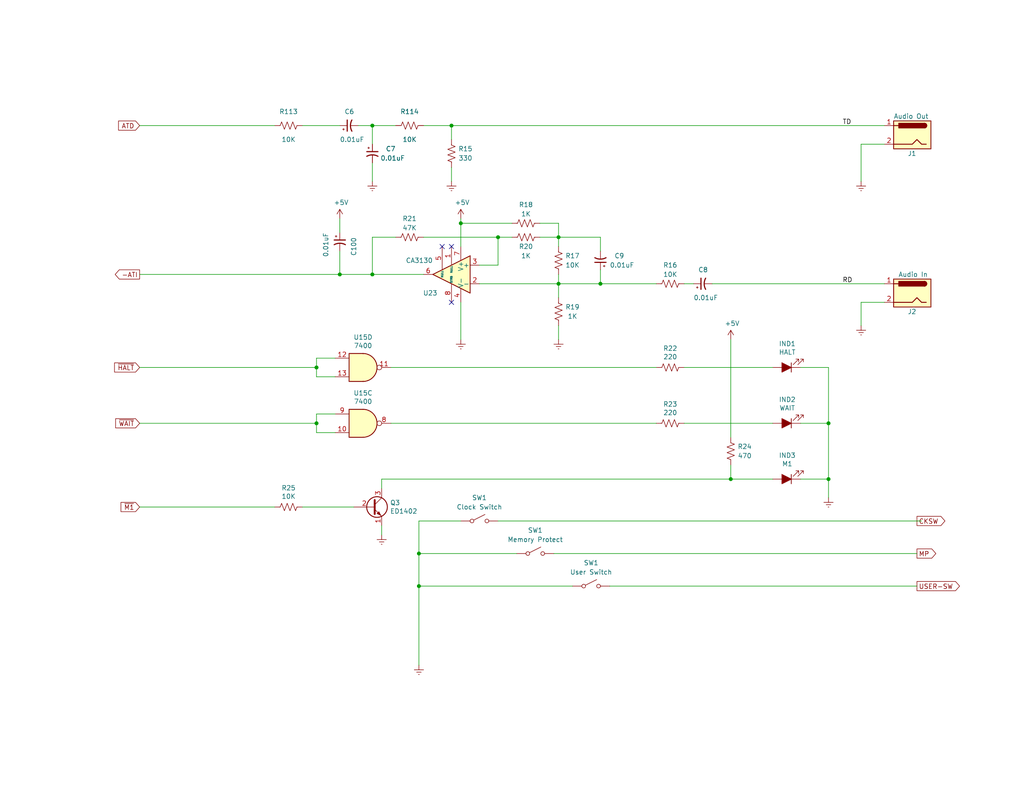
<source format=kicad_sch>
(kicad_sch (version 20230121) (generator eeschema)
  (paper "A")
  (lib_symbols
    (symbol "74xx:7400" (pin_names (offset 1.016))
      (property "Reference" "U" (at 0 1.27 0))
      (property "Value" "7400" (at 0 -1.27 0))
      (symbol "7400_1_1"
        (arc (start 0 -3.81) (mid 3.7934 0) (end 0 3.81) (stroke (width 0.254)) (fill (type background)))
        (polyline (pts (xy 0 3.81) (xy -3.81 3.81) (xy -3.81 -3.81) (xy 0 -3.81)) (stroke (width 0.254)) (fill (type background)))
        (pin input line (at -7.62 2.54 0) (length 3.81) (name "~") (number "1"))
        (pin input line (at -7.62 -2.54 0) (length 3.81) (name "~") (number "2"))
        (pin output inverted (at 7.62 0 180) (length 3.81) (name "~") (number "3"))
      )
      (symbol "7400_1_2"
        (arc (start -3.81 -3.81) (mid -2.589 0) (end -3.81 3.81) (stroke (width 0.254)))
        (arc (start -0.6096 -3.81) (mid 2.1842 -2.5851) (end 3.81 0) (stroke (width 0.254)) (fill (type background)))
        (polyline (pts (xy -3.81 -3.81) (xy -0.635 -3.81)) (stroke (width 0.254)) (fill (type background)))
        (polyline (pts (xy -3.81 3.81) (xy -0.635 3.81)) (stroke (width 0.254)) (fill (type background)))
        (polyline (pts (xy -0.635 3.81) (xy -3.81 3.81) (xy -3.81 3.81) (xy -3.556 3.4036) (xy -3.0226 2.2606) (xy -2.6924 1.0414) (xy -2.6162 -0.254) (xy -2.7686 -1.4986) (xy -3.175 -2.7178) (xy -3.81 -3.81) (xy -3.81 -3.81) (xy -0.635 -3.81)) (stroke (width -25.4)) (fill (type background)))
        (arc (start 3.81 0) (mid 2.1915 2.5936) (end -0.6096 3.81) (stroke (width 0.254)) (fill (type background)))
        (pin input inverted (at -7.62 2.54 0) (length 4.318) (name "~") (number "1"))
        (pin input inverted (at -7.62 -2.54 0) (length 4.318) (name "~") (number "2"))
        (pin output line (at 7.62 0 180) (length 3.81) (name "~") (number "3"))
      )
      (symbol "7400_2_1"
        (arc (start 0 -3.81) (mid 3.7934 0) (end 0 3.81) (stroke (width 0.254)) (fill (type background)))
        (polyline (pts (xy 0 3.81) (xy -3.81 3.81) (xy -3.81 -3.81) (xy 0 -3.81)) (stroke (width 0.254)) (fill (type background)))
        (pin input line (at -7.62 2.54 0) (length 3.81) (name "~") (number "4"))
        (pin input line (at -7.62 -2.54 0) (length 3.81) (name "~") (number "5"))
        (pin output inverted (at 7.62 0 180) (length 3.81) (name "~") (number "6"))
      )
      (symbol "7400_2_2"
        (arc (start -3.81 -3.81) (mid -2.589 0) (end -3.81 3.81) (stroke (width 0.254)))
        (arc (start -0.6096 -3.81) (mid 2.1842 -2.5851) (end 3.81 0) (stroke (width 0.254)) (fill (type background)))
        (polyline (pts (xy -3.81 -3.81) (xy -0.635 -3.81)) (stroke (width 0.254)) (fill (type background)))
        (polyline (pts (xy -3.81 3.81) (xy -0.635 3.81)) (stroke (width 0.254)) (fill (type background)))
        (polyline (pts (xy -0.635 3.81) (xy -3.81 3.81) (xy -3.81 3.81) (xy -3.556 3.4036) (xy -3.0226 2.2606) (xy -2.6924 1.0414) (xy -2.6162 -0.254) (xy -2.7686 -1.4986) (xy -3.175 -2.7178) (xy -3.81 -3.81) (xy -3.81 -3.81) (xy -0.635 -3.81)) (stroke (width -25.4)) (fill (type background)))
        (arc (start 3.81 0) (mid 2.1915 2.5936) (end -0.6096 3.81) (stroke (width 0.254)) (fill (type background)))
        (pin input inverted (at -7.62 2.54 0) (length 4.318) (name "~") (number "4"))
        (pin input inverted (at -7.62 -2.54 0) (length 4.318) (name "~") (number "5"))
        (pin output line (at 7.62 0 180) (length 3.81) (name "~") (number "6"))
      )
      (symbol "7400_3_1"
        (arc (start 0 -3.81) (mid 3.7934 0) (end 0 3.81) (stroke (width 0.254)) (fill (type background)))
        (polyline (pts (xy 0 3.81) (xy -3.81 3.81) (xy -3.81 -3.81) (xy 0 -3.81)) (stroke (width 0.254)) (fill (type background)))
        (pin input line (at -7.62 -2.54 0) (length 3.81) (name "~") (number "10"))
        (pin output inverted (at 7.62 0 180) (length 3.81) (name "~") (number "8"))
        (pin input line (at -7.62 2.54 0) (length 3.81) (name "~") (number "9"))
      )
      (symbol "7400_3_2"
        (arc (start -3.81 -3.81) (mid -2.589 0) (end -3.81 3.81) (stroke (width 0.254)))
        (arc (start -0.6096 -3.81) (mid 2.1842 -2.5851) (end 3.81 0) (stroke (width 0.254)) (fill (type background)))
        (polyline (pts (xy -3.81 -3.81) (xy -0.635 -3.81)) (stroke (width 0.254)) (fill (type background)))
        (polyline (pts (xy -3.81 3.81) (xy -0.635 3.81)) (stroke (width 0.254)) (fill (type background)))
        (polyline (pts (xy -0.635 3.81) (xy -3.81 3.81) (xy -3.81 3.81) (xy -3.556 3.4036) (xy -3.0226 2.2606) (xy -2.6924 1.0414) (xy -2.6162 -0.254) (xy -2.7686 -1.4986) (xy -3.175 -2.7178) (xy -3.81 -3.81) (xy -3.81 -3.81) (xy -0.635 -3.81)) (stroke (width -25.4)) (fill (type background)))
        (arc (start 3.81 0) (mid 2.1915 2.5936) (end -0.6096 3.81) (stroke (width 0.254)) (fill (type background)))
        (pin input inverted (at -7.62 -2.54 0) (length 4.318) (name "~") (number "10"))
        (pin output line (at 7.62 0 180) (length 3.81) (name "~") (number "8"))
        (pin input inverted (at -7.62 2.54 0) (length 4.318) (name "~") (number "9"))
      )
      (symbol "7400_4_1"
        (arc (start 0 -3.81) (mid 3.7934 0) (end 0 3.81) (stroke (width 0.254)) (fill (type background)))
        (polyline (pts (xy 0 3.81) (xy -3.81 3.81) (xy -3.81 -3.81) (xy 0 -3.81)) (stroke (width 0.254)) (fill (type background)))
        (pin output inverted (at 7.62 0 180) (length 3.81) (name "~") (number "11"))
        (pin input line (at -7.62 2.54 0) (length 3.81) (name "~") (number "12"))
        (pin input line (at -7.62 -2.54 0) (length 3.81) (name "~") (number "13"))
      )
      (symbol "7400_4_2"
        (arc (start -3.81 -3.81) (mid -2.589 0) (end -3.81 3.81) (stroke (width 0.254)))
        (arc (start -0.6096 -3.81) (mid 2.1842 -2.5851) (end 3.81 0) (stroke (width 0.254)) (fill (type background)))
        (polyline (pts (xy -3.81 -3.81) (xy -0.635 -3.81)) (stroke (width 0.254)) (fill (type background)))
        (polyline (pts (xy -3.81 3.81) (xy -0.635 3.81)) (stroke (width 0.254)) (fill (type background)))
        (polyline (pts (xy -0.635 3.81) (xy -3.81 3.81) (xy -3.81 3.81) (xy -3.556 3.4036) (xy -3.0226 2.2606) (xy -2.6924 1.0414) (xy -2.6162 -0.254) (xy -2.7686 -1.4986) (xy -3.175 -2.7178) (xy -3.81 -3.81) (xy -3.81 -3.81) (xy -0.635 -3.81)) (stroke (width -25.4)) (fill (type background)))
        (arc (start 3.81 0) (mid 2.1915 2.5936) (end -0.6096 3.81) (stroke (width 0.254)) (fill (type background)))
        (pin output line (at 7.62 0 180) (length 3.81) (name "~") (number "11"))
        (pin input inverted (at -7.62 2.54 0) (length 4.318) (name "~") (number "12"))
        (pin input inverted (at -7.62 -2.54 0) (length 4.318) (name "~") (number "13"))
      )
      (symbol "7400_5_0"
        (pin power_in line (at 0 12.7 270) (length 5.08) (name "VCC") (number "14"))
        (pin power_in line (at 0 -12.7 90) (length 5.08) (name "GND") (number "7"))
      )
      (symbol "7400_5_1"
        (rectangle (start -5.08 7.62) (end 5.08 -7.62) (stroke (width 0.254)) (fill (type background)))
      )
    )
    (symbol "Amplifier_Operational:CA3130" (pin_names (offset 0.127))
      (property "Reference" "U" (at 6.35 5.08 0))
      (property "Value" "CA3130" (at 6.35 2.54 0))
      (symbol "CA3130_0_1"
        (polyline (pts (xy -5.08 5.08) (xy 5.08 0) (xy -5.08 -5.08) (xy -5.08 5.08)) (stroke (width 0.254)) (fill (type background)))
      )
      (symbol "CA3130_1_1"
        (pin passive line (at 0 7.62 270) (length 5.08) (name "NULL") (number "1"))
        (pin input line (at -7.62 -2.54 0) (length 2.54) (name "-") (number "2"))
        (pin input line (at -7.62 2.54 0) (length 2.54) (name "+") (number "3"))
        (pin power_in line (at -2.54 -7.62 90) (length 3.81) (name "V-") (number "4"))
        (pin passive line (at 2.54 7.62 270) (length 6.35) (name "NULL") (number "5"))
        (pin output line (at 7.62 0 180) (length 2.54) (name "~") (number "6"))
        (pin power_in line (at -2.54 7.62 270) (length 3.81) (name "V+") (number "7"))
        (pin passive line (at 0 -7.62 90) (length 5.08) (name "STRB") (number "8"))
      )
    )
    (symbol "Connector:Jack-DC" (pin_names (offset 1.016))
      (property "Reference" "J" (at 0 5.334 0))
      (property "Value" "Jack-DC" (at 0 -5.08 0))
      (symbol "Jack-DC_0_1"
        (rectangle (start -5.08 3.81) (end 5.08 -3.81) (stroke (width 0.254)) (fill (type background)))
        (arc (start -3.302 3.175) (mid -3.9343 2.54) (end -3.302 1.905) (stroke (width 0.254)))
        (arc (start -3.302 3.175) (mid -3.9343 2.54) (end -3.302 1.905) (stroke (width 0.254)) (fill (type outline)))
        (polyline (pts (xy 5.08 2.54) (xy 3.81 2.54)) (stroke (width 0.254)))
        (polyline (pts (xy -3.81 -2.54) (xy -2.54 -2.54) (xy -1.27 -1.27) (xy 0 -2.54) (xy 2.54 -2.54) (xy 5.08 -2.54)) (stroke (width 0.254)))
        (rectangle (start 3.683 3.175) (end -3.302 1.905) (stroke (width 0.254)) (fill (type outline)))
      )
      (symbol "Jack-DC_1_1"
        (pin passive line (at 7.62 2.54 180) (length 2.54) (name "~") (number "1"))
        (pin passive line (at 7.62 -2.54 180) (length 2.54) (name "~") (number "2"))
      )
    )
    (symbol "Device:Q_NPN_EBC" (pin_names (offset 0) hide)
      (property "Reference" "Q" (at 5.08 1.27 0))
      (property "Value" "Q_NPN_EBC" (at 5.08 -1.27 0))
      (symbol "Q_NPN_EBC_0_1"
        (polyline (pts (xy 0.635 0.635) (xy 2.54 2.54)))
        (polyline (pts (xy 0.635 -0.635) (xy 2.54 -2.54) (xy 2.54 -2.54)))
        (polyline (pts (xy 0.635 1.905) (xy 0.635 -1.905) (xy 0.635 -1.905)) (stroke (width 0.508)))
        (polyline (pts (xy 1.27 -1.778) (xy 1.778 -1.27) (xy 2.286 -2.286) (xy 1.27 -1.778) (xy 1.27 -1.778)) (fill (type outline)))
        (circle (center 1.27 0) (radius 2.8194) (stroke (width 0.254)))
      )
      (symbol "Q_NPN_EBC_1_1"
        (pin passive line (at 2.54 -5.08 90) (length 2.54) (name "E") (number "1"))
        (pin passive line (at -5.08 0 0) (length 5.715) (name "B") (number "2"))
        (pin passive line (at 2.54 5.08 270) (length 2.54) (name "C") (number "3"))
      )
    )
    (symbol "Device:R_US" (pin_numbers hide) (pin_names (offset 0))
      (property "Reference" "R" (at 2.54 0 90))
      (property "Value" "R_US" (at -2.54 0 90))
      (symbol "R_US_0_1"
        (polyline (pts (xy 0 -2.286) (xy 0 -2.54)))
        (polyline (pts (xy 0 2.286) (xy 0 2.54)))
        (polyline (pts (xy 0 -0.762) (xy 1.016 -1.143) (xy 0 -1.524) (xy -1.016 -1.905) (xy 0 -2.286)))
        (polyline (pts (xy 0 0.762) (xy 1.016 0.381) (xy 0 0) (xy -1.016 -0.381) (xy 0 -0.762)))
        (polyline (pts (xy 0 2.286) (xy 1.016 1.905) (xy 0 1.524) (xy -1.016 1.143) (xy 0 0.762)))
      )
      (symbol "R_US_1_1"
        (pin passive line (at 0 3.81 270) (length 1.27) (name "~") (number "1"))
        (pin passive line (at 0 -3.81 90) (length 1.27) (name "~") (number "2"))
      )
    )
    (symbol "Switch:SW_SPST" (pin_numbers hide) (pin_names (offset 0) hide)
      (property "Reference" "SW" (at 0 3.175 0))
      (property "Value" "SW_SPST" (at 0 -2.54 0))
      (symbol "SW_SPST_0_0"
        (circle (center -2.032 0) (radius 0.508))
        (polyline (pts (xy -1.524 0.254) (xy 1.524 1.778)))
        (circle (center 2.032 0) (radius 0.508))
      )
      (symbol "SW_SPST_1_1"
        (pin passive line (at -5.08 0 0) (length 2.54) (name "A") (number "1"))
        (pin passive line (at 5.08 0 180) (length 2.54) (name "B") (number "2"))
      )
    )
    (symbol "edu-80-rescue:CP1_Small-Device" (pin_numbers hide) (pin_names (offset 0.254) hide)
      (property "Reference" "C" (at 0.254 1.778 0))
      (property "Value" "Device_CP1_Small" (at 0.254 -2.032 0))
      (symbol "CP1_Small-Device_0_1"
        (polyline (pts (xy -1.524 0.508) (xy 1.524 0.508)) (stroke (width 0.3048)))
        (polyline (pts (xy -1.27 1.524) (xy -0.762 1.524)))
        (polyline (pts (xy -1.016 1.27) (xy -1.016 1.778)))
        (arc (start 1.524 -0.762) (mid 0 -0.3734) (end -1.524 -0.762) (stroke (width 0.3048)))
      )
      (symbol "CP1_Small-Device_1_1"
        (pin passive line (at 0 2.54 270) (length 2.032) (name "~") (number "1"))
        (pin passive line (at 0 -2.54 90) (length 2.032) (name "~") (number "2"))
      )
    )
    (symbol "edu-80-rescue:LED_ALT-Device" (pin_numbers hide) (pin_names (offset 1.016) hide)
      (property "Reference" "D" (at 0 2.54 0))
      (property "Value" "Device_LED_ALT" (at 0 -2.54 0))
      (symbol "LED_ALT-Device_0_1"
        (polyline (pts (xy -1.27 -1.27) (xy -1.27 1.27)) (stroke (width 0.2032)))
        (polyline (pts (xy -1.27 0) (xy 1.27 0)))
        (polyline (pts (xy 1.27 -1.27) (xy 1.27 1.27) (xy -1.27 0) (xy 1.27 -1.27)) (stroke (width 0.2032)) (fill (type outline)))
        (polyline (pts (xy -3.048 -0.762) (xy -4.572 -2.286) (xy -3.81 -2.286) (xy -4.572 -2.286) (xy -4.572 -1.524)))
        (polyline (pts (xy -1.778 -0.762) (xy -3.302 -2.286) (xy -2.54 -2.286) (xy -3.302 -2.286) (xy -3.302 -1.524)))
      )
      (symbol "LED_ALT-Device_1_1"
        (pin passive line (at -3.81 0 0) (length 2.54) (name "K") (number "1"))
        (pin passive line (at 3.81 0 180) (length 2.54) (name "A") (number "2"))
      )
    )
    (symbol "power:+5V" (power) (pin_names (offset 0))
      (property "Value" "+5V" (at 0 3.556 0))
      (symbol "+5V_0_1"
        (polyline (pts (xy -0.762 1.27) (xy 0 2.54)))
        (polyline (pts (xy 0 0) (xy 0 2.54)))
        (polyline (pts (xy 0 2.54) (xy 0.762 1.27)))
      )
      (symbol "+5V_1_1"
        (pin power_in line (at 0 0 90) (length 0) hide (name "+5V") (number "1"))
      )
    )
    (symbol "power:Earth" (power) (pin_names (offset 0))
      (symbol "Earth_0_1"
        (polyline (pts (xy -0.635 -1.905) (xy 0.635 -1.905)))
        (polyline (pts (xy -0.127 -2.54) (xy 0.127 -2.54)))
        (polyline (pts (xy 0 -1.27) (xy 0 0)))
        (polyline (pts (xy 1.27 -1.27) (xy -1.27 -1.27)))
      )
      (symbol "Earth_1_1"
        (pin power_in line (at 0 0 270) (length 0) hide (name "Earth") (number "1"))
      )
    )
  )
  (junction (at 101.6 34.29))
  (junction (at 135.89 64.77))
  (junction (at 86.36 100.33))
  (junction (at 123.19 34.29))
  (junction (at 125.73 60.96))
  (junction (at 163.83 77.47))
  (junction (at 86.36 115.57))
  (junction (at 101.6 74.93))
  (junction (at 152.4 64.77))
  (junction (at 226.06 130.81))
  (junction (at 152.4 77.47))
  (junction (at 92.71 74.93))
  (junction (at 114.3 160.02))
  (junction (at 114.3 151.13))
  (junction (at 199.39 130.81))
  (junction (at 226.06 115.57))
  (no_connect (at 120.65 67.31))
  (no_connect (at 123.19 82.55))
  (no_connect (at 123.19 67.31))
  (wire (pts (xy 86.36 113.03) (xy 86.36 115.57)))
  (wire (pts (xy 92.71 59.69) (xy 92.71 63.5)))
  (wire (pts (xy 86.36 100.33) (xy 86.36 102.87)))
  (wire (pts (xy 135.89 64.77) (xy 115.57 64.77)))
  (wire (pts (xy 123.19 45.72) (xy 123.19 49.53)))
  (wire (pts (xy 114.3 151.13) (xy 114.3 160.02)))
  (wire (pts (xy 38.1 34.29) (xy 74.93 34.29)))
  (wire (pts (xy 107.95 64.77) (xy 101.6 64.77)))
  (wire (pts (xy 104.14 146.05) (xy 104.14 143.51)))
  (wire (pts (xy 199.39 119.38) (xy 199.39 92.71)))
  (wire (pts (xy 104.14 133.35) (xy 104.14 130.81)))
  (wire (pts (xy 234.95 82.55) (xy 234.95 88.9)))
  (wire (pts (xy 218.44 115.57) (xy 226.06 115.57)))
  (wire (pts (xy 82.55 138.43) (xy 96.52 138.43)))
  (wire (pts (xy 163.83 73.66) (xy 163.83 77.47)))
  (wire (pts (xy 97.79 34.29) (xy 101.6 34.29)))
  (wire (pts (xy 114.3 142.24) (xy 114.3 151.13)))
  (wire (pts (xy 130.81 77.47) (xy 152.4 77.47)))
  (wire (pts (xy 86.36 97.79) (xy 86.36 100.33)))
  (wire (pts (xy 101.6 34.29) (xy 107.95 34.29)))
  (wire (pts (xy 115.57 34.29) (xy 123.19 34.29)))
  (wire (pts (xy 147.32 64.77) (xy 152.4 64.77)))
  (wire (pts (xy 234.95 39.37) (xy 241.3 39.37)))
  (wire (pts (xy 92.71 74.93) (xy 92.71 68.58)))
  (wire (pts (xy 114.3 160.02) (xy 114.3 181.61)))
  (wire (pts (xy 152.4 77.47) (xy 163.83 77.47)))
  (wire (pts (xy 82.55 34.29) (xy 92.71 34.29)))
  (wire (pts (xy 125.73 59.69) (xy 125.73 60.96)))
  (wire (pts (xy 135.89 142.24) (xy 251.46 142.24)))
  (wire (pts (xy 91.44 97.79) (xy 86.36 97.79)))
  (wire (pts (xy 123.19 34.29) (xy 123.19 38.1)))
  (wire (pts (xy 130.81 72.39) (xy 135.89 72.39)))
  (wire (pts (xy 101.6 44.45) (xy 101.6 49.53)))
  (wire (pts (xy 226.06 100.33) (xy 226.06 115.57)))
  (wire (pts (xy 92.71 74.93) (xy 38.1 74.93)))
  (wire (pts (xy 241.3 77.47) (xy 194.31 77.47)))
  (wire (pts (xy 241.3 82.55) (xy 234.95 82.55)))
  (wire (pts (xy 147.32 60.96) (xy 152.4 60.96)))
  (wire (pts (xy 250.19 151.13) (xy 151.13 151.13)))
  (wire (pts (xy 163.83 68.58) (xy 163.83 64.77)))
  (wire (pts (xy 152.4 81.28) (xy 152.4 77.47)))
  (wire (pts (xy 86.36 102.87) (xy 91.44 102.87)))
  (wire (pts (xy 91.44 113.03) (xy 86.36 113.03)))
  (wire (pts (xy 123.19 34.29) (xy 241.3 34.29)))
  (wire (pts (xy 106.68 115.57) (xy 179.07 115.57)))
  (wire (pts (xy 199.39 130.81) (xy 210.82 130.81)))
  (wire (pts (xy 101.6 64.77) (xy 101.6 74.93)))
  (wire (pts (xy 38.1 115.57) (xy 86.36 115.57)))
  (wire (pts (xy 139.7 64.77) (xy 135.89 64.77)))
  (wire (pts (xy 125.73 92.71) (xy 125.73 82.55)))
  (wire (pts (xy 86.36 118.11) (xy 91.44 118.11)))
  (wire (pts (xy 210.82 115.57) (xy 186.69 115.57)))
  (wire (pts (xy 163.83 77.47) (xy 179.07 77.47)))
  (wire (pts (xy 86.36 115.57) (xy 86.36 118.11)))
  (wire (pts (xy 140.97 151.13) (xy 114.3 151.13)))
  (wire (pts (xy 226.06 115.57) (xy 226.06 130.81)))
  (wire (pts (xy 156.21 160.02) (xy 114.3 160.02)))
  (wire (pts (xy 101.6 39.37) (xy 101.6 34.29)))
  (wire (pts (xy 226.06 130.81) (xy 226.06 135.89)))
  (wire (pts (xy 125.73 142.24) (xy 114.3 142.24)))
  (wire (pts (xy 38.1 100.33) (xy 86.36 100.33)))
  (wire (pts (xy 38.1 138.43) (xy 74.93 138.43)))
  (wire (pts (xy 152.4 64.77) (xy 152.4 67.31)))
  (wire (pts (xy 152.4 74.93) (xy 152.4 77.47)))
  (wire (pts (xy 199.39 127) (xy 199.39 130.81)))
  (wire (pts (xy 166.37 160.02) (xy 250.19 160.02)))
  (wire (pts (xy 104.14 130.81) (xy 199.39 130.81)))
  (wire (pts (xy 101.6 74.93) (xy 92.71 74.93)))
  (wire (pts (xy 226.06 100.33) (xy 218.44 100.33)))
  (wire (pts (xy 163.83 64.77) (xy 152.4 64.77)))
  (wire (pts (xy 152.4 64.77) (xy 152.4 60.96)))
  (wire (pts (xy 115.57 74.93) (xy 101.6 74.93)))
  (wire (pts (xy 152.4 92.71) (xy 152.4 88.9)))
  (wire (pts (xy 186.69 77.47) (xy 189.23 77.47)))
  (wire (pts (xy 106.68 100.33) (xy 179.07 100.33)))
  (wire (pts (xy 186.69 100.33) (xy 210.82 100.33)))
  (wire (pts (xy 135.89 64.77) (xy 135.89 72.39)))
  (wire (pts (xy 139.7 60.96) (xy 125.73 60.96)))
  (wire (pts (xy 226.06 130.81) (xy 218.44 130.81)))
  (wire (pts (xy 234.95 39.37) (xy 234.95 49.53)))
  (wire (pts (xy 125.73 60.96) (xy 125.73 67.31)))
  (label "RD" (at 229.87 77.47 0))
  (label "TD" (at 229.87 34.29 0))
  (global_label "USER-SW" (shape output) (at 250.19 160.02 0) (property "Intersheetrefs" "${INTERSHEET_REFS}" (effects hide)))
  (global_label "~{WAIT}" (shape input) (at 38.1 115.57 180) (property "Intersheetrefs" "${INTERSHEET_REFS}" (effects hide)))
  (global_label "~{M1}" (shape input) (at 38.1 138.43 180) (property "Intersheetrefs" "${INTERSHEET_REFS}" (effects hide)))
  (global_label "~{HALT}" (shape input) (at 38.1 100.33 180) (property "Intersheetrefs" "${INTERSHEET_REFS}" (effects hide)))
  (global_label "MP" (shape output) (at 250.19 151.13 0) (property "Intersheetrefs" "${INTERSHEET_REFS}" (effects hide)))
  (global_label "-ATI" (shape output) (at 38.1 74.93 180) (property "Intersheetrefs" "${INTERSHEET_REFS}" (effects hide)))
  (global_label "CKSW" (shape output) (at 250.19 142.24 0) (property "Intersheetrefs" "${INTERSHEET_REFS}" (effects hide)))
  (global_label "ATD" (shape input) (at 38.1 34.29 180) (property "Intersheetrefs" "${INTERSHEET_REFS}" (effects hide)))
  (symbol (lib_id "power:Earth") (at 234.95 49.53 0) (unit 1)
    (property "Reference" "#PWR0185" (effects hide))
    (property "Value" "Earth" (effects hide))
    (instances (project "edu-80" (path "" (reference "#PWR0185") (unit 1)) (path "" (reference "#PWR?") (unit 1))))
  )
  (symbol (lib_id "Connector:Jack-DC") (at 248.92 80.01 0) (mirror y) (unit 1)
    (property "Reference" "J2" (at 247.65 85.09 0) (effects (justify right)))
    (property "Value" "Audio In" (at 245.11 74.93 0) (effects (justify right)))
  )
  (symbol (lib_id "power:Earth") (at 234.95 88.9 0) (unit 1)
    (property "Reference" "#PWR0186" (effects hide))
    (property "Value" "Earth" (effects hide))
    (instances (project "edu-80" (path "" (reference "#PWR0186") (unit 1)) (path "" (reference "#PWR?") (unit 1))))
  )
  (symbol (lib_id "Device:Q_NPN_EBC") (at 101.6 138.43 0) (unit 1)
    (property "Reference" "Q3" (at 106.426 137.2616 0) (effects (justify left)))
    (property "Value" "ED1402" (at 106.426 139.573 0) (effects (justify left)))
    (instances (project "edu-80" (path "" (reference "Q3") (unit 1)) (path "" (reference "Q?") (unit 1))))
  )
  (symbol (lib_id "power:Earth") (at 114.3 181.61 0) (unit 1)
    (property "Reference" "#PWR0175" (effects hide))
    (property "Value" "Earth" (effects hide))
  )
  (symbol (lib_id "power:Earth") (at 104.14 146.05 0) (unit 1)
    (property "Reference" "#PWR0176" (effects hide))
    (property "Value" "Earth" (effects hide))
    (instances (project "edu-80" (path "" (reference "#PWR0176") (unit 1)) (path "" (reference "#PWR?") (unit 1))))
  )
  (symbol (lib_id "Device:R_US") (at 78.74 138.43 270) (unit 1)
    (property "Reference" "R25" (at 78.74 133.223 90))
    (property "Value" "10K" (at 78.74 135.5344 90))
    (instances (project "edu-80" (path "" (reference "R25") (unit 1)) (path "" (reference "R?") (unit 1))))
  )
  (symbol (lib_id "edu-80-rescue:LED_ALT-Device") (at 214.63 100.33 180) (unit 1)
    (property "Reference" "IND1" (at 214.8078 93.853 0))
    (property "Value" "HALT" (at 214.8078 96.1644 0))
  )
  (symbol (lib_id "edu-80-rescue:LED_ALT-Device") (at 214.63 115.57 180) (unit 1)
    (property "Reference" "IND2" (at 214.8078 109.093 0))
    (property "Value" "WAIT" (at 214.8078 111.4044 0))
  )
  (symbol (lib_id "edu-80-rescue:LED_ALT-Device") (at 214.63 130.81 180) (unit 1)
    (property "Reference" "IND3" (at 214.8078 124.333 0))
    (property "Value" "M1" (at 214.8078 126.6444 0))
  )
  (symbol (lib_id "power:Earth") (at 226.06 135.89 0) (unit 1)
    (property "Reference" "#PWR0177" (effects hide))
    (property "Value" "Earth" (effects hide))
  )
  (symbol (lib_id "74xx:7400") (at 99.06 115.57 0) (unit 3)
    (property "Reference" "U15" (at 99.06 107.315 0))
    (property "Value" "7400" (at 99.06 109.6264 0))
    (property "Datasheet" "http://www.ti.com/lit/gpn/sn7400" (effects hide))
  )
  (symbol (lib_id "74xx:7400") (at 99.06 100.33 0) (unit 4)
    (property "Reference" "U15" (at 99.06 92.075 0))
    (property "Value" "7400" (at 99.06 94.3864 0))
    (property "Datasheet" "http://www.ti.com/lit/gpn/sn7400" (effects hide))
  )
  (symbol (lib_id "Device:R_US") (at 182.88 115.57 270) (unit 1)
    (property "Reference" "R23" (at 182.88 110.363 90))
    (property "Value" "220" (at 182.88 112.6744 90))
    (instances (project "edu-80" (path "" (reference "R23") (unit 1)) (path "" (reference "R?") (unit 1))))
  )
  (symbol (lib_id "Device:R_US") (at 182.88 100.33 270) (unit 1)
    (property "Reference" "R22" (at 182.88 95.123 90))
    (property "Value" "220" (at 182.88 97.4344 90))
    (instances (project "edu-80" (path "" (reference "R22") (unit 1)) (path "" (reference "R?") (unit 1))))
  )
  (symbol (lib_id "Device:R_US") (at 78.74 34.29 270) (unit 1)
    (property "Reference" "R113" (at 78.74 30.48 90))
    (property "Value" "10K" (at 78.74 38.1 90))
    (instances (project "edu-80" (path "" (reference "R113") (unit 1)) (path "" (reference "R?") (unit 1))))
  )
  (symbol (lib_id "edu-80-rescue:CP1_Small-Device") (at 101.6 41.91 0) (unit 1)
    (property "Reference" "C7" (at 107.95 40.64 0) (effects (justify right)))
    (property "Value" "0.01uF" (at 110.49 43.18 0) (effects (justify right)))
    (instances (project "edu-80" (path "" (reference "C7") (unit 1)) (path "" (reference "C?") (unit 1))))
  )
  (symbol (lib_id "Device:R_US") (at 111.76 34.29 270) (unit 1)
    (property "Reference" "R114" (at 111.76 30.48 90))
    (property "Value" "10K" (at 111.76 38.1 90))
    (instances (project "edu-80" (path "" (reference "R114") (unit 1)) (path "" (reference "R?") (unit 1))))
  )
  (symbol (lib_id "Device:R_US") (at 123.19 41.91 0) (unit 1)
    (property "Reference" "R15" (at 127 40.64 0))
    (property "Value" "330" (at 127 43.18 0))
    (instances (project "edu-80" (path "" (reference "R15") (unit 1)) (path "" (reference "R?") (unit 1))))
  )
  (symbol (lib_id "power:Earth") (at 123.19 49.53 0) (unit 1)
    (property "Reference" "#PWR0178" (effects hide))
    (property "Value" "Earth" (effects hide))
    (instances (project "edu-80" (path "" (reference "#PWR0178") (unit 1)) (path "" (reference "#PWR?") (unit 1))))
  )
  (symbol (lib_id "power:Earth") (at 101.6 49.53 0) (unit 1)
    (property "Reference" "#PWR0179" (effects hide))
    (property "Value" "Earth" (effects hide))
    (instances (project "edu-80" (path "" (reference "#PWR0179") (unit 1)) (path "" (reference "#PWR?") (unit 1))))
  )
  (symbol (lib_id "edu-80-rescue:CP1_Small-Device") (at 95.25 34.29 90) (unit 1)
    (property "Reference" "C6" (at 93.98 30.48 90) (effects (justify right)))
    (property "Value" "0.01uF" (at 92.71 38.1 90) (effects (justify right)))
    (instances (project "edu-80" (path "" (reference "C6") (unit 1)) (path "" (reference "C?") (unit 1))))
  )
  (symbol (lib_id "Amplifier_Operational:CA3130") (at 123.19 74.93 0) (mirror y) (unit 1)
    (property "Reference" "U23" (at 119.38 80.01 0) (effects (justify left)))
    (property "Value" "CA3130" (at 118.11 71.12 0) (effects (justify left)))
    (property "Datasheet" "http://www.intersil.com/content/dam/intersil/documents/ca31/ca3130-a.pdf" (effects hide))
  )
  (symbol (lib_id "Device:R_US") (at 199.39 123.19 0) (unit 1)
    (property "Reference" "R24" (at 203.2 121.92 0))
    (property "Value" "470" (at 203.2 124.46 0))
    (instances (project "edu-80" (path "" (reference "R24") (unit 1)) (path "" (reference "R?") (unit 1))))
  )
  (symbol (lib_id "power:+5V") (at 199.39 92.71 0) (unit 1)
    (property "Reference" "#PWR0180" (effects hide))
    (property "Value" "+5V" (at 199.771 88.3158 0))
  )
  (symbol (lib_id "power:+5V") (at 125.73 59.69 0) (unit 1)
    (property "Reference" "#PWR0181" (effects hide))
    (property "Value" "+5V" (at 126.111 55.2958 0))
  )
  (symbol (lib_id "power:Earth") (at 125.73 92.71 0) (unit 1)
    (property "Reference" "#PWR0182" (effects hide))
    (property "Value" "Earth" (effects hide))
    (instances (project "edu-80" (path "" (reference "#PWR0182") (unit 1)) (path "" (reference "#PWR?") (unit 1))))
  )
  (symbol (lib_id "Device:R_US") (at 111.76 64.77 270) (unit 1)
    (property "Reference" "R21" (at 111.76 59.69 90))
    (property "Value" "47K" (at 111.76 62.23 90))
    (instances (project "edu-80" (path "" (reference "R21") (unit 1)) (path "" (reference "R?") (unit 1))))
  )
  (symbol (lib_id "Device:R_US") (at 143.51 64.77 270) (unit 1)
    (property "Reference" "R20" (at 143.51 67.31 90))
    (property "Value" "1K" (at 143.51 69.85 90))
    (instances (project "edu-80" (path "" (reference "R20") (unit 1)) (path "" (reference "R?") (unit 1))))
  )
  (symbol (lib_id "Device:R_US") (at 182.88 77.47 270) (unit 1)
    (property "Reference" "R16" (at 182.88 72.39 90))
    (property "Value" "10K" (at 182.88 74.93 90))
    (instances (project "edu-80" (path "" (reference "R16") (unit 1)) (path "" (reference "R?") (unit 1))))
  )
  (symbol (lib_id "edu-80-rescue:CP1_Small-Device") (at 191.77 77.47 90) (unit 1)
    (property "Reference" "C8" (at 190.5 73.66 90) (effects (justify right)))
    (property "Value" "0.01uF" (at 189.23 81.28 90) (effects (justify right)))
    (instances (project "edu-80" (path "" (reference "C8") (unit 1)) (path "" (reference "C?") (unit 1))))
  )
  (symbol (lib_id "Device:R_US") (at 143.51 60.96 90) (unit 1)
    (property "Reference" "R18" (at 143.51 55.88 90))
    (property "Value" "1K" (at 143.51 58.42 90))
    (instances (project "edu-80" (path "" (reference "R18") (unit 1)) (path "" (reference "R?") (unit 1))))
  )
  (symbol (lib_id "edu-80-rescue:CP1_Small-Device") (at 163.83 71.12 180) (unit 1)
    (property "Reference" "C9" (at 167.64 69.85 0) (effects (justify right)))
    (property "Value" "0.01uF" (at 166.37 72.39 0) (effects (justify right)))
    (instances (project "edu-80" (path "" (reference "C9") (unit 1)) (path "" (reference "C?") (unit 1))))
  )
  (symbol (lib_id "edu-80-rescue:CP1_Small-Device") (at 92.71 66.04 0) (unit 1)
    (property "Reference" "C100" (at 96.52 64.77 90) (effects (justify right)))
    (property "Value" "0.01uF" (at 88.9 63.5 90) (effects (justify right)))
    (instances (project "edu-80" (path "" (reference "C100") (unit 1)) (path "" (reference "C?") (unit 1))))
  )
  (symbol (lib_id "power:+5V") (at 92.71 59.69 0) (unit 1)
    (property "Reference" "#PWR0183" (effects hide))
    (property "Value" "+5V" (at 93.091 55.2958 0))
  )
  (symbol (lib_id "Device:R_US") (at 152.4 71.12 0) (unit 1)
    (property "Reference" "R17" (at 156.21 69.85 0))
    (property "Value" "10K" (at 156.21 72.39 0))
    (instances (project "edu-80" (path "" (reference "R17") (unit 1)) (path "" (reference "R?") (unit 1))))
  )
  (symbol (lib_id "Device:R_US") (at 152.4 85.09 0) (unit 1)
    (property "Reference" "R19" (at 156.21 83.82 0))
    (property "Value" "1K" (at 156.21 86.36 0))
    (instances (project "edu-80" (path "" (reference "R19") (unit 1)) (path "" (reference "R?") (unit 1))))
  )
  (symbol (lib_id "power:Earth") (at 152.4 92.71 0) (unit 1)
    (property "Reference" "#PWR0184" (effects hide))
    (property "Value" "Earth" (effects hide))
    (instances (project "edu-80" (path "" (reference "#PWR0184") (unit 1)) (path "" (reference "#PWR?") (unit 1))))
  )
  (symbol (lib_id "Connector:Jack-DC") (at 248.92 36.83 0) (mirror y) (unit 1)
    (property "Reference" "J1" (at 247.65 41.91 0) (effects (justify right)))
    (property "Value" "Audio Out" (at 243.84 31.75 0) (effects (justify right)))
  )
  (symbol (lib_id "Switch:SW_SPST") (at 161.29 160.02 0) (unit 1)
    (property "Reference" "SW1" (at 161.29 153.67 0))
    (property "Value" "User Switch" (at 161.29 156.21 0))
    (instances (project "edu-80" (path "" (reference "SW1") (unit 1)) (path "" (reference "S8") (unit 1))))
  )
  (symbol (lib_id "Switch:SW_SPST") (at 146.05 151.13 0) (unit 1)
    (property "Reference" "SW1" (at 146.05 144.78 0))
    (property "Value" "Memory Protect" (at 146.05 147.32 0))
    (instances (project "edu-80" (path "" (reference "SW1") (unit 1)) (path "" (reference "S7") (unit 1))))
  )
  (symbol (lib_id "Switch:SW_SPST") (at 130.81 142.24 0) (unit 1)
    (property "Reference" "SW1" (at 130.81 135.89 0))
    (property "Value" "Clock Switch" (at 130.81 138.43 0))
    (instances (project "edu-80" (path "" (reference "SW1") (unit 1)) (path "" (reference "S6") (unit 1))))
  )
)
</source>
